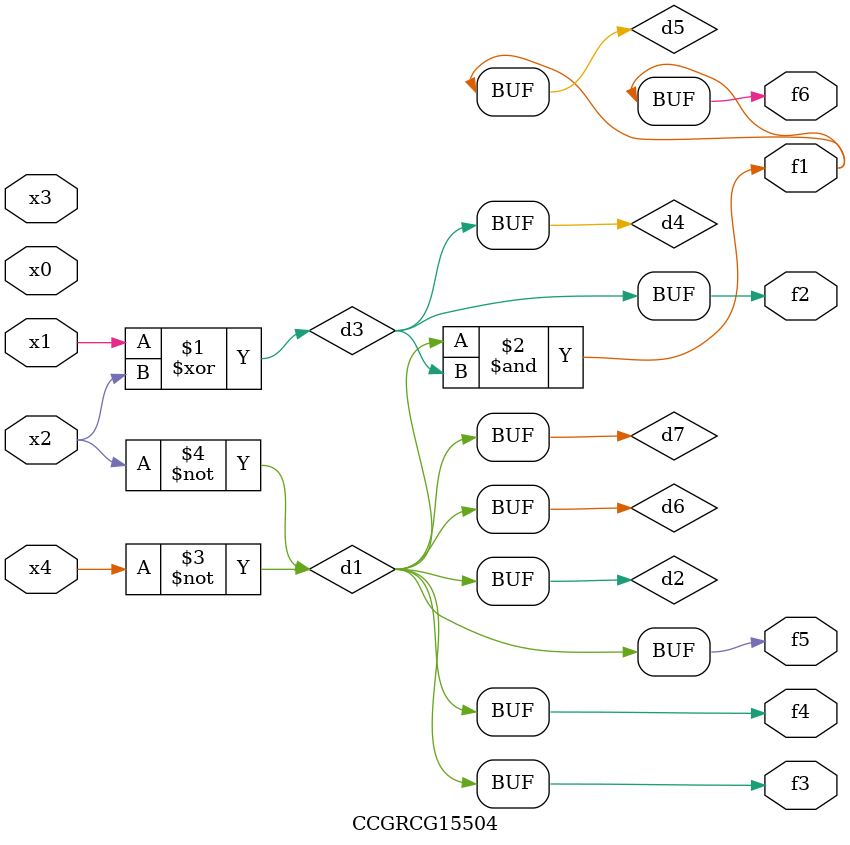
<source format=v>
module CCGRCG15504(
	input x0, x1, x2, x3, x4,
	output f1, f2, f3, f4, f5, f6
);

	wire d1, d2, d3, d4, d5, d6, d7;

	not (d1, x4);
	not (d2, x2);
	xor (d3, x1, x2);
	buf (d4, d3);
	and (d5, d1, d3);
	buf (d6, d1, d2);
	buf (d7, d2);
	assign f1 = d5;
	assign f2 = d4;
	assign f3 = d7;
	assign f4 = d7;
	assign f5 = d7;
	assign f6 = d5;
endmodule

</source>
